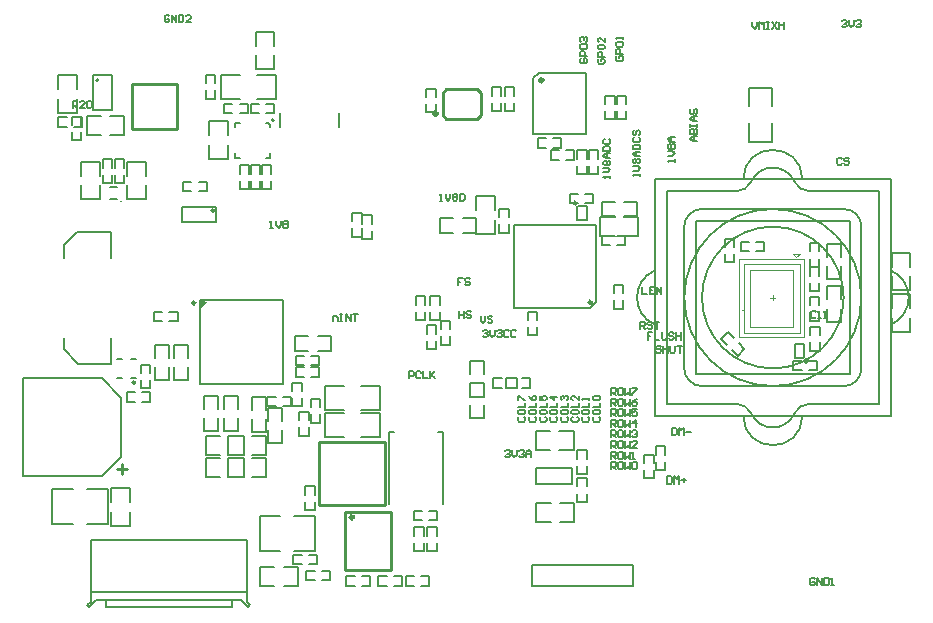
<source format=gto>
G04*
G04 #@! TF.GenerationSoftware,Altium Limited,Altium Designer,18.1.7 (191)*
G04*
G04 Layer_Color=65535*
%FSLAX44Y44*%
%MOMM*%
G71*
G01*
G75*
%ADD10C,0.2000*%
%ADD11C,0.3000*%
%ADD12C,0.2500*%
%ADD13C,0.2540*%
%ADD14C,0.1500*%
%ADD15C,0.1524*%
%ADD16C,0.0500*%
G36*
X165000Y247500D02*
X166000Y241500D01*
X171000Y246500D01*
X165000Y247500D01*
D02*
G37*
D10*
X227500Y400000D02*
G03*
X227500Y400000I-1000J0D01*
G01*
X710000Y250000D02*
G03*
X710000Y250000I-60000J0D01*
G01*
X725000D02*
G03*
X725000Y250000I-75000J0D01*
G01*
X681000Y160000D02*
G03*
X668312Y151917I0J-14000D01*
G01*
X631688D02*
G03*
X619000Y160000I-12688J-5917D01*
G01*
X631874Y151548D02*
G03*
X668126Y151548I18126J8452D01*
G01*
Y348452D02*
G03*
X631874Y348452I-18126J-8452D01*
G01*
X668312Y348083D02*
G03*
X681000Y340000I12688J5917D01*
G01*
X619000D02*
G03*
X631688Y348083I-0J14000D01*
G01*
X575000Y190000D02*
G03*
X590000Y175000I15000J0D01*
G01*
X710000Y175000D02*
G03*
X725000Y190000I-0J15000D01*
G01*
X725000Y310000D02*
G03*
X710000Y325000I-15000J-0D01*
G01*
X590000Y325000D02*
G03*
X575000Y310000I0J-15000D01*
G01*
X98000Y331500D02*
G03*
X98000Y331500I-500J0D01*
G01*
X79000Y434000D02*
G03*
X79000Y434000I-1000J0D01*
G01*
X625050Y239076D02*
G03*
X625050Y239076I-78J0D01*
G01*
X750153Y227155D02*
G03*
X750153Y272845I-10153J22845D01*
G01*
X549846Y272845D02*
G03*
X549847Y227155I10153J-22845D01*
G01*
X675000Y350000D02*
G03*
X625000Y350000I-25000J0D01*
G01*
Y150000D02*
G03*
X675000Y150000I25000J0D01*
G01*
X233000Y394750D02*
Y406500D01*
X283000Y394500D02*
Y406500D01*
X430500Y241000D02*
Y311000D01*
X500500D01*
Y246000D02*
Y311000D01*
X495500Y241000D02*
X500500Y246000D01*
X430500Y241000D02*
X495500D01*
X95000Y182000D02*
X99000D01*
X107000D02*
X111000D01*
X95000Y198000D02*
X99000D01*
X107000D02*
X111000D01*
X681000Y160000D02*
X740000D01*
Y340000D01*
X560000Y160000D02*
X619000D01*
X560000D02*
Y340000D01*
X681000D02*
X740000D01*
X560000D02*
X619000D01*
X575000Y190000D02*
Y310000D01*
X590000Y175000D02*
X710000D01*
X725000Y190000D02*
Y310000D01*
X590000Y325000D02*
X710000D01*
X449753Y105558D02*
X480233D01*
Y92350D02*
Y105558D01*
X449753Y92350D02*
X480233D01*
X449753D02*
Y105558D01*
X74500Y438000D02*
X90500D01*
Y409000D02*
Y438000D01*
X74500Y409000D02*
X90500D01*
X74500D02*
Y438000D01*
X165000Y177000D02*
Y247500D01*
X235000Y177000D02*
Y247500D01*
X165000D02*
X235000D01*
X165000Y177000D02*
X235000D01*
X451680Y440250D02*
X491650D01*
Y388250D02*
Y440250D01*
X447350Y388250D02*
X491650D01*
X447350D02*
Y435920D01*
X451680Y440250D01*
X82000Y181500D02*
X98500Y165000D01*
X15500Y181500D02*
X82000D01*
X98500Y115000D02*
Y165000D01*
X82000Y98500D02*
X98500Y115000D01*
X15500Y98500D02*
X82000D01*
X15500D02*
Y181500D01*
X446500Y5750D02*
Y23500D01*
X531250D01*
Y5750D02*
Y23500D01*
X446500Y5750D02*
X531250D01*
X178871Y313584D02*
Y326583D01*
X149870Y313584D02*
Y326583D01*
X178871D01*
X149870Y313584D02*
X178871D01*
X204500Y-7500D02*
X207500Y-10500D01*
X206000Y-12000D02*
X207500Y-10500D01*
X200000Y-6000D02*
X206000Y-12000D01*
X71000D02*
X77000Y-6000D01*
X69500Y-10500D02*
X71000Y-12000D01*
X69500Y-10500D02*
X72500Y-7500D01*
X85000Y-12000D02*
Y-6000D01*
X192000Y-12000D02*
Y-6000D01*
X85000Y-12000D02*
X192000D01*
X72500Y-7500D02*
Y45000D01*
X204500Y-7500D02*
Y45000D01*
X77000Y-6000D02*
X200000D01*
X72500Y1000D02*
X204500D01*
X72500Y45000D02*
X204500D01*
X90000Y283875D02*
Y305875D01*
X61000D02*
X90000D01*
X50000Y283875D02*
Y294875D01*
X61000Y305875D01*
X50000Y206125D02*
X62000Y194125D01*
X50000Y206125D02*
Y216125D01*
X62000Y194125D02*
X90000D01*
Y216125D01*
X585000Y185000D02*
Y315000D01*
X715000Y185000D02*
Y315000D01*
X585000D02*
X715000D01*
X585000Y185000D02*
X715000D01*
X550000Y350000D02*
X750000D01*
Y150000D02*
Y350000D01*
X550000Y150000D02*
X750000D01*
X550000D02*
Y350000D01*
D11*
X496500Y246000D02*
G03*
X496500Y246000I-1000J0D01*
G01*
X455500Y434000D02*
G03*
X455500Y434000I-1500J0D01*
G01*
X366000Y405626D02*
G03*
X366000Y405626I-1500J0D01*
G01*
X295000Y64000D02*
G03*
X295000Y64000I-1500J0D01*
G01*
D12*
X110000Y178000D02*
G03*
X110000Y178000I-1000J0D01*
G01*
X161000Y245500D02*
G03*
X161000Y245500I-1250J0D01*
G01*
X679450Y196100D02*
G03*
X679450Y196100I-1250J0D01*
G01*
X483967Y329971D02*
G03*
X483967Y329971I-1250J0D01*
G01*
X95000Y105000D02*
X103000D01*
X99000Y101000D02*
Y109000D01*
D13*
X176870Y323583D02*
G03*
X176870Y323583I-1000J0D01*
G01*
X145500Y393000D02*
Y431000D01*
X107500D02*
X145500D01*
X107500Y393000D02*
Y431000D01*
Y393000D02*
X145500D01*
X370500Y404376D02*
Y423376D01*
X373500Y426376D01*
X399500D01*
X402500Y423376D01*
Y404376D02*
Y423376D01*
X373500Y401376D02*
X399500D01*
X370500Y404376D02*
X373500Y401376D01*
X399500D02*
X402500Y404376D01*
X266000Y74000D02*
Y128000D01*
X322000D01*
Y74000D02*
Y128000D01*
X266000Y74000D02*
X322000D01*
X287500Y68500D02*
X326500D01*
Y19500D02*
Y68500D01*
X287500Y19500D02*
X326500D01*
X287500D02*
Y68500D01*
D14*
X56500Y383000D02*
Y390000D01*
Y396000D02*
Y403000D01*
X64500Y383000D02*
Y390000D01*
Y396000D02*
Y403000D01*
X56500Y383000D02*
X64500D01*
X56500Y403000D02*
X64500D01*
X217500Y342000D02*
X225500D01*
X217500Y362000D02*
X225500D01*
X217500Y342000D02*
Y349000D01*
Y355000D02*
Y362000D01*
X225500Y342000D02*
Y349000D01*
Y355000D02*
Y362000D01*
X183000Y438500D02*
X199000D01*
X213000D02*
X229000D01*
X183000Y418500D02*
X199000D01*
X213000D02*
X229000D01*
X183000D02*
Y438500D01*
X229000Y418500D02*
Y438500D01*
X224500Y368000D02*
Y372000D01*
X220500Y368000D02*
X224500D01*
X194500Y398000D02*
X198500D01*
X194500Y394000D02*
Y398000D01*
Y368000D02*
Y372000D01*
Y368000D02*
X198500D01*
X220500Y398000D02*
X222500D01*
X224500Y396000D01*
Y394000D02*
Y396000D01*
X393500Y148000D02*
X405500D01*
X393500Y178000D02*
X405500D01*
X393500Y148000D02*
Y159000D01*
Y167000D02*
Y178000D01*
X405500Y148000D02*
Y159000D01*
Y167000D02*
Y178000D01*
X393500Y166000D02*
X405500D01*
X393500Y196000D02*
X405500D01*
X393500Y166000D02*
Y177000D01*
Y185000D02*
Y196000D01*
X405500Y166000D02*
Y177000D01*
Y185000D02*
Y196000D01*
X437500Y173500D02*
X444500D01*
X424500D02*
X431500D01*
X437500Y181500D02*
X444500D01*
X424500D02*
X431500D01*
X444500Y173500D02*
Y181500D01*
X424500Y173500D02*
Y181500D01*
X115939Y161939D02*
X122939D01*
X102939D02*
X109939D01*
X115939Y169939D02*
X122939D01*
X102939D02*
X109939D01*
X122939Y161939D02*
Y169939D01*
X102939Y161939D02*
Y169939D01*
X88502Y333498D02*
X94502D01*
X88500Y343500D02*
X94500D01*
X92901Y347000D02*
Y354000D01*
Y360000D02*
Y367000D01*
X100901Y347000D02*
Y354000D01*
Y360000D02*
Y367000D01*
X92901Y347000D02*
X100901D01*
X92901Y367000D02*
X100901D01*
X681750Y205000D02*
Y212000D01*
Y218000D02*
Y225000D01*
X689750Y205000D02*
Y212000D01*
Y218000D02*
Y225000D01*
X681750Y205000D02*
X689750D01*
X681750Y225000D02*
X689750D01*
X65000Y394500D02*
Y402500D01*
X45000Y394500D02*
Y402500D01*
X58000Y394500D02*
X65000D01*
X45000D02*
X52000D01*
X58000Y402500D02*
X65000D01*
X45000D02*
X52000D01*
X484333Y100500D02*
Y107500D01*
Y113500D02*
Y120500D01*
X492332Y100500D02*
Y107500D01*
Y113500D02*
Y120500D01*
X484333Y100500D02*
X492332D01*
X484333Y120500D02*
X492332D01*
X82500Y347000D02*
X90500D01*
X82500Y367000D02*
X90500D01*
X82500Y347000D02*
Y354000D01*
Y360000D02*
Y367000D01*
X90500Y347000D02*
Y354000D01*
Y360000D02*
Y367000D01*
X484333Y77000D02*
Y84000D01*
Y90000D02*
Y97000D01*
X492332Y77000D02*
Y84000D01*
Y90000D02*
Y97000D01*
X484333Y77000D02*
X492332D01*
X484333Y97000D02*
X492332D01*
X449833Y60000D02*
Y76000D01*
X481833Y60000D02*
Y76000D01*
X449833D02*
X461833D01*
X469833D02*
X481833D01*
X449833Y60000D02*
X461833D01*
X469833D02*
X481833D01*
X449333Y121000D02*
Y137000D01*
X481333Y121000D02*
Y137000D01*
X449333D02*
X461333D01*
X469333D02*
X481333D01*
X449333Y121000D02*
X461333D01*
X469333D02*
X481333D01*
X302000Y314500D02*
Y321500D01*
Y301500D02*
Y308500D01*
X294000Y314500D02*
Y321500D01*
Y301500D02*
Y308500D01*
Y321500D02*
X302000D01*
X294000Y301500D02*
X302000D01*
X310500Y312500D02*
Y319500D01*
Y299500D02*
Y306500D01*
X302500Y312500D02*
Y319500D01*
Y299500D02*
Y306500D01*
Y319500D02*
X310500D01*
X302500Y299500D02*
X310500D01*
X464000Y377000D02*
X471000D01*
X451000D02*
X458000D01*
X464000Y385000D02*
X471000D01*
X451000D02*
X458000D01*
X471000Y377000D02*
Y385000D01*
X451000Y377000D02*
Y385000D01*
X115000Y173000D02*
Y180000D01*
Y186000D02*
Y193000D01*
X123000Y173000D02*
Y180000D01*
Y186000D02*
Y193000D01*
X115000Y173000D02*
X123000D01*
X115000Y193000D02*
X123000D01*
X426500Y173499D02*
X433500D01*
X413500D02*
X420500D01*
X426500Y181499D02*
X433500D01*
X413500D02*
X420500D01*
X433500Y173499D02*
Y181499D01*
X413500Y173499D02*
Y181499D01*
X695500Y295500D02*
X707500D01*
X695500Y265500D02*
X707500D01*
Y284500D02*
Y295500D01*
Y265500D02*
Y276500D01*
X695500Y284500D02*
Y295500D01*
Y265500D02*
Y276500D01*
X696000Y229500D02*
X708000D01*
X696000Y259500D02*
X708000D01*
X696000Y229500D02*
Y240500D01*
Y248500D02*
Y259500D01*
X708000Y229500D02*
Y240500D01*
Y248500D02*
Y259500D01*
X143000Y210000D02*
X155000D01*
X143000Y180000D02*
X155000D01*
Y199000D02*
Y210000D01*
Y180000D02*
Y191000D01*
X143000Y199000D02*
Y210000D01*
Y180000D02*
Y191000D01*
X127000Y210000D02*
X139000D01*
X127000Y180000D02*
X139000D01*
Y199000D02*
Y210000D01*
Y180000D02*
Y191000D01*
X127000Y199000D02*
Y210000D01*
Y180000D02*
Y191000D01*
X235000Y158000D02*
X242000D01*
X222000D02*
X229000D01*
X235000Y166000D02*
X242000D01*
X222000D02*
X229000D01*
X242000Y158000D02*
Y166000D01*
X222000Y158000D02*
Y166000D01*
X492332Y367500D02*
Y374500D01*
Y354500D02*
Y361500D01*
X484333Y367500D02*
Y374500D01*
Y354500D02*
Y361500D01*
Y374500D02*
X492332D01*
X484333Y354500D02*
X492332D01*
X202000Y98000D02*
Y114000D01*
X170000Y98000D02*
Y114000D01*
X190000Y98000D02*
X202000D01*
X170000D02*
X182000D01*
X190000Y114000D02*
X202000D01*
X170000D02*
X182000D01*
X202000Y117000D02*
Y133000D01*
X170000Y117000D02*
Y133000D01*
X190000Y117000D02*
X202000D01*
X170000D02*
X182000D01*
X190000Y133000D02*
X202000D01*
X170000D02*
X182000D01*
X221000Y117000D02*
Y133000D01*
X189000Y117000D02*
Y133000D01*
X209000Y117000D02*
X221000D01*
X189000D02*
X201000D01*
X209000Y133000D02*
X221000D01*
X189000D02*
X201000D01*
X221000Y98000D02*
Y114000D01*
X189000Y98000D02*
Y114000D01*
X209000Y98000D02*
X221000D01*
X189000D02*
X201000D01*
X209000Y114000D02*
X221000D01*
X189000D02*
X201000D01*
X259000Y144000D02*
X267000D01*
X259000Y164000D02*
X267000D01*
X259000Y144000D02*
Y151000D01*
Y157000D02*
Y164000D01*
X267000Y144000D02*
Y151000D01*
Y157000D02*
Y164000D01*
X126000Y238000D02*
X133000D01*
X139000D02*
X146000D01*
X126000Y230000D02*
X133000D01*
X139000D02*
X146000D01*
X126000D02*
Y238000D01*
X146000Y230000D02*
Y238000D01*
X185000Y167000D02*
X197000D01*
X185000Y137000D02*
X197000D01*
Y156000D02*
Y167000D01*
Y137000D02*
Y148000D01*
X185000Y156000D02*
Y167000D01*
Y137000D02*
Y148000D01*
X248000Y5500D02*
Y21500D01*
X216000Y5500D02*
Y21500D01*
X236000Y5500D02*
X248000D01*
X216000D02*
X228000D01*
X236000Y21500D02*
X248000D01*
X216000D02*
X228000D01*
X301000Y132000D02*
X317000D01*
X271000D02*
X287000D01*
X301000Y152000D02*
X317000D01*
X271000D02*
X287000D01*
X317000Y132000D02*
Y152000D01*
X271000Y132000D02*
Y152000D01*
X301000Y155000D02*
X317000D01*
X271000D02*
X287000D01*
X301000Y175000D02*
X317000D01*
X271000D02*
X287000D01*
X317000Y155000D02*
Y175000D01*
X271000Y155000D02*
Y175000D01*
X90000Y56500D02*
X106000D01*
X90000Y88500D02*
X106000D01*
X90000Y56500D02*
Y68500D01*
Y76500D02*
Y88500D01*
X106000Y56500D02*
Y68500D01*
Y76500D02*
Y88500D01*
X423000Y408000D02*
Y415000D01*
Y421000D02*
Y428000D01*
X431000Y408000D02*
Y415000D01*
Y421000D02*
Y428000D01*
X423000Y408000D02*
X431000D01*
X423000Y428000D02*
X431000D01*
X357000Y206500D02*
Y213500D01*
Y219500D02*
Y226500D01*
X365000Y206500D02*
Y213500D01*
Y219500D02*
Y226500D01*
X357000Y206500D02*
X365000D01*
X357000Y226500D02*
X365000D01*
X675500Y198500D02*
X676500Y199500D01*
Y210500D01*
X668500Y198500D02*
Y210500D01*
X676500D01*
X668500Y198500D02*
X675500D01*
X368500Y317000D02*
X379500D01*
X387500D02*
X398500D01*
X368500Y305000D02*
X379500D01*
X387500D02*
X398500D01*
X368500D02*
Y317000D01*
X398500Y305000D02*
Y317000D01*
X418500Y305000D02*
X426500D01*
X418500Y325000D02*
X426500D01*
X418500Y305000D02*
Y312000D01*
Y318000D02*
Y325000D01*
X426500Y305000D02*
Y312000D01*
Y318000D02*
Y325000D01*
X398500Y304000D02*
X414500D01*
X398500Y336000D02*
X414500D01*
X398500Y304000D02*
Y316000D01*
Y324000D02*
Y336000D01*
X414500Y304000D02*
Y316000D01*
Y324000D02*
Y336000D01*
X524000Y319000D02*
X535000D01*
X505000D02*
X516000D01*
X524000Y331000D02*
X535000D01*
X505000D02*
X516000D01*
X535000Y319000D02*
Y331000D01*
X505000Y319000D02*
Y331000D01*
X551000Y104000D02*
X559000D01*
X551000Y124000D02*
X559000D01*
X551000Y104000D02*
Y111000D01*
Y117000D02*
Y124000D01*
X559000Y104000D02*
Y111000D01*
Y117000D02*
Y124000D01*
X541000Y97000D02*
X549000D01*
X541000Y117000D02*
X549000D01*
X541000Y97000D02*
Y104000D01*
Y110000D02*
Y117000D01*
X549000Y97000D02*
Y104000D01*
Y110000D02*
Y117000D01*
X101000Y387500D02*
Y403500D01*
X69000Y387500D02*
Y403500D01*
X89000Y387500D02*
X101000D01*
X69000D02*
X81000D01*
X89000Y403500D02*
X101000D01*
X69000D02*
X81000D01*
X44500Y438500D02*
X60500D01*
X44500Y406500D02*
X60500D01*
Y426500D02*
Y438500D01*
Y406500D02*
Y418500D01*
X44500Y426500D02*
Y438500D01*
Y406500D02*
Y418500D01*
X119500Y353000D02*
Y365000D01*
Y333000D02*
Y345000D01*
X103500Y353000D02*
Y365000D01*
Y333000D02*
Y345000D01*
Y365000D02*
X119500D01*
X103500Y333000D02*
X119500D01*
X172500Y367500D02*
X188500D01*
X172500Y399500D02*
X188500D01*
X172500Y367500D02*
Y379500D01*
Y387500D02*
Y399500D01*
X188500Y367500D02*
Y379500D01*
Y387500D02*
Y399500D01*
X750500Y253000D02*
X766500D01*
X750500Y221000D02*
X766500D01*
Y241000D02*
Y253000D01*
Y221000D02*
Y233000D01*
X750500Y241000D02*
Y253000D01*
Y221000D02*
Y233000D01*
X504000Y302500D02*
Y318500D01*
X536000Y302500D02*
Y318500D01*
X504000D02*
X516000D01*
X524000D02*
X536000D01*
X504000Y302500D02*
X516000D01*
X524000D02*
X536000D01*
X629500Y381750D02*
X649500D01*
X629500Y427750D02*
X649500D01*
X629500Y381750D02*
Y397750D01*
Y411750D02*
Y427750D01*
X649500Y381750D02*
Y397750D01*
Y411750D02*
Y427750D01*
X681250Y230500D02*
Y237500D01*
Y243500D02*
Y250500D01*
X689250Y230500D02*
Y237500D01*
Y243500D02*
Y250500D01*
X681250Y230500D02*
X689250D01*
X681250Y250500D02*
X689250D01*
X681250Y255500D02*
X689250D01*
X681250Y275500D02*
X689250D01*
X681250Y255500D02*
Y262500D01*
Y268500D02*
Y275500D01*
X689250Y255500D02*
Y262500D01*
Y268500D02*
Y275500D01*
X491000Y330000D02*
X498000D01*
X478000D02*
X485000D01*
X491000Y338000D02*
X498000D01*
X478000D02*
X485000D01*
X498000Y330000D02*
Y338000D01*
X478000Y330000D02*
Y338000D01*
X667500Y196500D02*
X674500D01*
X680500D02*
X687500D01*
X667500Y188500D02*
X674500D01*
X680500D02*
X687500D01*
X667500D02*
Y196500D01*
X687500Y188500D02*
Y196500D01*
X617515Y292870D02*
Y299870D01*
Y279870D02*
Y286870D01*
X609515Y292870D02*
Y299870D01*
Y279870D02*
Y286870D01*
Y299870D02*
X617515D01*
X609515Y279870D02*
X617515D01*
X80000Y353000D02*
Y365000D01*
Y333000D02*
Y345000D01*
X64000Y353000D02*
Y365000D01*
Y333000D02*
Y345000D01*
Y365000D02*
X80000D01*
X64000Y333000D02*
X80000D01*
X198500Y342000D02*
Y349000D01*
Y355000D02*
Y362000D01*
X206500Y342000D02*
Y349000D01*
Y355000D02*
Y362000D01*
X198500Y342000D02*
X206500D01*
X198500Y362000D02*
X206500D01*
X689250Y289000D02*
Y296000D01*
Y276000D02*
Y283000D01*
X681250Y289000D02*
Y296000D01*
Y276000D02*
Y283000D01*
Y296000D02*
X689250D01*
X681250Y276000D02*
X689250D01*
X518000Y294250D02*
X525000D01*
X505000D02*
X512000D01*
X518000Y302250D02*
X525000D01*
X505000D02*
X512000D01*
X525000Y294250D02*
Y302250D01*
X505000Y294250D02*
Y302250D01*
X750500Y256000D02*
X766500D01*
X750500Y288000D02*
X766500D01*
X750500Y256000D02*
Y268000D01*
Y276000D02*
Y288000D01*
X766500Y256000D02*
Y268000D01*
Y276000D02*
Y288000D01*
X484417Y326571D02*
X485417Y327570D01*
X484417Y315571D02*
Y326571D01*
X492417Y315571D02*
Y327570D01*
X484417Y315571D02*
X492417D01*
X485417Y327570D02*
X492417D01*
X635709Y289000D02*
X642709D01*
X622709D02*
X629709D01*
X635709Y297000D02*
X642709D01*
X622709D02*
X629709D01*
X642709Y289000D02*
Y297000D01*
X622709Y289000D02*
Y297000D01*
X450500Y231000D02*
Y238000D01*
Y218000D02*
Y225000D01*
X442500Y231000D02*
Y238000D01*
Y218000D02*
Y225000D01*
Y238000D02*
X450500D01*
X442500Y218000D02*
X450500D01*
X216000Y355000D02*
Y362000D01*
Y342000D02*
Y349000D01*
X208000Y355000D02*
Y362000D01*
Y342000D02*
Y349000D01*
Y362000D02*
X216000D01*
X208000Y342000D02*
X216000D01*
X515500Y240500D02*
Y247500D01*
Y253500D02*
Y260500D01*
X523500Y240500D02*
Y247500D01*
Y253500D02*
Y260500D01*
X515500Y240500D02*
X523500D01*
X515500Y260500D02*
X523500D01*
X364500Y419876D02*
Y426876D01*
Y406876D02*
Y413876D01*
X356500Y419876D02*
Y426876D01*
Y406876D02*
Y413876D01*
Y426876D02*
X364500D01*
X356500Y406876D02*
X364500D01*
X412000Y408000D02*
Y415000D01*
Y421000D02*
Y428000D01*
X420000Y408000D02*
Y415000D01*
Y421000D02*
Y428000D01*
X412000Y408000D02*
X420000D01*
X412000Y428000D02*
X420000D01*
X526000Y414000D02*
Y421000D01*
Y401000D02*
Y408000D01*
X518000Y414000D02*
Y421000D01*
Y401000D02*
Y408000D01*
Y421000D02*
X526000D01*
X518000Y401000D02*
X526000D01*
X168000Y167000D02*
X180000D01*
X168000Y137000D02*
X180000D01*
Y156000D02*
Y167000D01*
Y137000D02*
Y148000D01*
X168000Y156000D02*
Y167000D01*
Y137000D02*
Y148000D01*
X339000Y14000D02*
X346000D01*
X352000D02*
X359000D01*
X339000Y6000D02*
X346000D01*
X352000D02*
X359000D01*
X339000D02*
Y14000D01*
X359000Y6000D02*
Y14000D01*
X302000Y6000D02*
X309000D01*
X289000D02*
X296000D01*
X302000Y14000D02*
X309000D01*
X289000D02*
X296000D01*
X309000Y6000D02*
Y14000D01*
X289000Y6000D02*
Y14000D01*
X244000Y24000D02*
Y32000D01*
X264000Y24000D02*
Y32000D01*
X244000D02*
X251000D01*
X257000D02*
X264000D01*
X244000Y24000D02*
X251000D01*
X257000D02*
X264000D01*
X357500Y35500D02*
Y42500D01*
Y48500D02*
Y55500D01*
X365500Y35500D02*
Y42500D01*
Y48500D02*
Y55500D01*
X357500Y35500D02*
X365500D01*
X357500Y55500D02*
X365500D01*
X40000Y58500D02*
Y88000D01*
Y58500D02*
X57500D01*
X40000Y88000D02*
X57500Y88010D01*
X69500Y58490D02*
X87000Y58500D01*
X69500Y88000D02*
X87000D01*
Y58500D02*
Y88000D01*
X215500Y35500D02*
Y65000D01*
Y35500D02*
X233000D01*
X215500Y65000D02*
X233000Y65010D01*
X245000Y35490D02*
X262500Y35500D01*
X245000Y65000D02*
X262500D01*
Y35500D02*
Y65000D01*
X502000Y367500D02*
Y374500D01*
Y354500D02*
Y361500D01*
X494000Y367500D02*
Y374500D01*
Y354500D02*
Y361500D01*
Y374500D02*
X502000D01*
X494000Y354500D02*
X502000D01*
X255000Y18500D02*
X262000D01*
X268000D02*
X275000D01*
X255000Y10500D02*
X262000D01*
X268000D02*
X275000D01*
X255000D02*
Y18500D01*
X275000Y10500D02*
Y18500D01*
X329000Y6000D02*
X336000D01*
X316000D02*
X323000D01*
X329000Y14000D02*
X336000D01*
X316000D02*
X323000D01*
X336000Y6000D02*
Y14000D01*
X316000Y6000D02*
Y14000D01*
X257000Y146000D02*
Y153000D01*
Y133000D02*
Y140000D01*
X249000Y146000D02*
Y153000D01*
Y133000D02*
Y140000D01*
Y153000D02*
X257000D01*
X249000Y133000D02*
X257000D01*
X254000Y70000D02*
Y77000D01*
Y83000D02*
Y90000D01*
X262000Y70000D02*
Y77000D01*
Y83000D02*
Y90000D01*
X254000Y70000D02*
X262000D01*
X254000Y90000D02*
X262000D01*
X369000Y210000D02*
Y217000D01*
Y223000D02*
Y230000D01*
X377000Y210000D02*
Y217000D01*
Y223000D02*
Y230000D01*
X369000Y210000D02*
X377000D01*
X369000Y230000D02*
X377000D01*
X516000Y414000D02*
Y421000D01*
Y401000D02*
Y408000D01*
X508000Y414000D02*
Y421000D01*
Y401000D02*
Y408000D01*
Y421000D02*
X516000D01*
X508000Y401000D02*
X516000D01*
X259000Y192500D02*
X266000D01*
X246000D02*
X253000D01*
X259000Y200500D02*
X266000D01*
X246000D02*
X253000D01*
X266000Y192500D02*
Y200500D01*
X246000Y192500D02*
Y200500D01*
X259000Y183000D02*
X266000D01*
X246000D02*
X253000D01*
X259000Y191000D02*
X266000D01*
X246000D02*
X253000D01*
X266000Y183000D02*
Y191000D01*
X246000Y183000D02*
Y191000D01*
X354500Y48500D02*
Y55500D01*
Y35500D02*
Y42500D01*
X346500Y48500D02*
Y55500D01*
Y35500D02*
Y42500D01*
Y55500D02*
X354500D01*
X346500Y35500D02*
X354500D01*
X346000Y69500D02*
X353000D01*
X359000D02*
X366000D01*
X346000Y61500D02*
X353000D01*
X359000D02*
X366000D01*
X346000D02*
Y69500D01*
X366000Y61500D02*
Y69500D01*
X228000Y406000D02*
Y414000D01*
X208000Y406000D02*
Y414000D01*
X221000Y406000D02*
X228000D01*
X208000D02*
X215000D01*
X221000Y414000D02*
X228000D01*
X208000D02*
X215000D01*
X205500Y406000D02*
Y414000D01*
X185500Y406000D02*
Y414000D01*
X198500Y406000D02*
X205500D01*
X185500D02*
X192500D01*
X198500Y414000D02*
X205500D01*
X185500D02*
X192500D01*
X170000Y438500D02*
X178000D01*
X170000Y418500D02*
X178000D01*
Y431500D02*
Y438500D01*
Y418500D02*
Y425500D01*
X170000Y431500D02*
Y438500D01*
Y418500D02*
Y425500D01*
X150800Y340000D02*
Y348000D01*
X170800Y340000D02*
Y348000D01*
X150800D02*
X157800D01*
X163800D02*
X170800D01*
X150800Y340000D02*
X157800D01*
X163800D02*
X170800D01*
X360000Y231000D02*
X368000D01*
X360000Y251000D02*
X368000D01*
X360000Y231000D02*
Y238000D01*
Y244000D02*
Y251000D01*
X368000Y231000D02*
Y238000D01*
Y244000D02*
Y251000D01*
X347500Y231000D02*
X355500D01*
X347500Y251000D02*
X355500D01*
X347500Y231000D02*
Y238000D01*
Y244000D02*
Y251000D01*
X355500Y231000D02*
Y238000D01*
Y244000D02*
Y251000D01*
X222500Y126500D02*
X234500D01*
X222500Y156500D02*
X234500D01*
X222500Y126500D02*
Y137500D01*
Y145500D02*
Y156500D01*
X234500Y126500D02*
Y137500D01*
Y145500D02*
Y156500D01*
X475000Y366750D02*
X482000D01*
X462000D02*
X469000D01*
X475000Y374750D02*
X482000D01*
X462000D02*
X469000D01*
X482000Y366750D02*
Y374750D01*
X462000Y366750D02*
Y374750D01*
X251000Y171000D02*
Y178000D01*
Y158000D02*
Y165000D01*
X243000Y171000D02*
Y178000D01*
Y158000D02*
Y165000D01*
Y178000D02*
X251000D01*
X243000Y158000D02*
X251000D01*
X209000Y166000D02*
X221000D01*
X209000Y136000D02*
X221000D01*
Y155000D02*
Y166000D01*
Y136000D02*
Y147000D01*
X209000Y155000D02*
Y166000D01*
Y136000D02*
Y147000D01*
X245500Y205000D02*
Y217000D01*
X275500Y205000D02*
Y217000D01*
X245500D02*
X256500D01*
X264500D02*
X275500D01*
X245500Y205000D02*
X256500D01*
X264500D02*
X275500D01*
X620243Y200600D02*
X625900Y206257D01*
X606101Y214743D02*
X611757Y220399D01*
X615293Y205550D02*
X620243Y200600D01*
X606101Y214743D02*
X611050Y209793D01*
X620950Y211207D02*
X625900Y206257D01*
X611757Y220399D02*
X616707Y215450D01*
X212000Y443135D02*
X228000D01*
X212000Y475135D02*
X228000D01*
X212000Y443135D02*
Y455135D01*
Y463135D02*
Y475135D01*
X228000Y443135D02*
Y455135D01*
Y463135D02*
Y475135D01*
X57288Y410331D02*
Y416329D01*
X60287D01*
X61287Y415330D01*
Y413330D01*
X60287Y412331D01*
X57288D01*
X59288D02*
X61287Y410331D01*
X67285D02*
X63287D01*
X67285Y414330D01*
Y415330D01*
X66286Y416329D01*
X64286D01*
X63287Y415330D01*
X69285D02*
X70284Y416329D01*
X72284D01*
X73283Y415330D01*
Y411331D01*
X72284Y410331D01*
X70284D01*
X69285Y411331D01*
Y415330D01*
X686375Y237362D02*
X685375Y238361D01*
X683376D01*
X682376Y237362D01*
Y233363D01*
X683376Y232363D01*
X685375D01*
X686375Y233363D01*
X688374Y232363D02*
X690373D01*
X689374D01*
Y238361D01*
X688374Y237362D01*
X693372Y232363D02*
X695372D01*
X694372D01*
Y238361D01*
X693372Y237362D01*
X488002Y452395D02*
X487002Y451395D01*
Y449396D01*
X488002Y448396D01*
X492000D01*
X493000Y449396D01*
Y451395D01*
X492000Y452395D01*
X490001D01*
Y450396D01*
X493000Y454394D02*
X487002D01*
Y457393D01*
X488002Y458393D01*
X490001D01*
X491001Y457393D01*
Y454394D01*
X487002Y463392D02*
Y461392D01*
X488002Y460392D01*
X492000D01*
X493000Y461392D01*
Y463392D01*
X492000Y464391D01*
X488002D01*
X487002Y463392D01*
X488002Y466391D02*
X487002Y467390D01*
Y469390D01*
X488002Y470389D01*
X489001D01*
X490001Y469390D01*
Y468390D01*
Y469390D01*
X491001Y470389D01*
X492000D01*
X493000Y469390D01*
Y467390D01*
X492000Y466391D01*
X502625Y452001D02*
X501626Y451001D01*
Y449002D01*
X502625Y448002D01*
X506624D01*
X507624Y449002D01*
Y451001D01*
X506624Y452001D01*
X504625D01*
Y450002D01*
X507624Y454000D02*
X501626D01*
Y457000D01*
X502625Y457999D01*
X504625D01*
X505624Y457000D01*
Y454000D01*
X501626Y462998D02*
Y460998D01*
X502625Y459999D01*
X506624D01*
X507624Y460998D01*
Y462998D01*
X506624Y463997D01*
X502625D01*
X501626Y462998D01*
X507624Y469995D02*
Y465997D01*
X503625Y469995D01*
X502625D01*
X501626Y468996D01*
Y466996D01*
X502625Y465997D01*
X518002Y454480D02*
X517002Y453480D01*
Y451481D01*
X518002Y450481D01*
X522000D01*
X523000Y451481D01*
Y453480D01*
X522000Y454480D01*
X520001D01*
Y452480D01*
X523000Y456479D02*
X517002D01*
Y459478D01*
X518002Y460478D01*
X520001D01*
X521001Y459478D01*
Y456479D01*
X517002Y465476D02*
Y463477D01*
X518002Y462477D01*
X522000D01*
X523000Y463477D01*
Y465476D01*
X522000Y466476D01*
X518002D01*
X517002Y465476D01*
X523000Y468475D02*
Y470474D01*
Y469475D01*
X517002D01*
X518002Y468475D01*
X277500Y230000D02*
Y233999D01*
X280499D01*
X281499Y232999D01*
Y230000D01*
X283498Y235998D02*
X285497D01*
X284498D01*
Y230000D01*
X283498D01*
X285497D01*
X288496D02*
Y235998D01*
X292495Y230000D01*
Y235998D01*
X294494D02*
X298493D01*
X296494D01*
Y230000D01*
X586000Y382500D02*
X582001D01*
X580002Y384499D01*
X582001Y386499D01*
X586000D01*
X583001D01*
Y382500D01*
X580002Y388498D02*
X586000D01*
Y391497D01*
X585000Y392497D01*
X584001D01*
X583001Y391497D01*
Y388498D01*
Y391497D01*
X582001Y392497D01*
X581002D01*
X580002Y391497D01*
Y388498D01*
Y394496D02*
Y396496D01*
Y395496D01*
X586000D01*
Y394496D01*
Y396496D01*
Y399495D02*
X582001D01*
X580002Y401494D01*
X582001Y403493D01*
X586000D01*
X583001D01*
Y399495D01*
X581002Y409491D02*
X580002Y408492D01*
Y406492D01*
X581002Y405493D01*
X582001D01*
X583001Y406492D01*
Y408492D01*
X584001Y409491D01*
X585000D01*
X586000Y408492D01*
Y406492D01*
X585000Y405493D01*
X632500Y483498D02*
Y479499D01*
X634499Y477500D01*
X636499Y479499D01*
Y483498D01*
X638498Y477500D02*
Y483498D01*
X640497Y481499D01*
X642497Y483498D01*
Y477500D01*
X644496Y483498D02*
X646496D01*
X645496D01*
Y477500D01*
X644496D01*
X646496D01*
X649494Y483498D02*
X653493Y477500D01*
Y483498D02*
X649494Y477500D01*
X655492Y483498D02*
Y477500D01*
Y480499D01*
X659491D01*
Y483498D01*
Y477500D01*
X423216Y119898D02*
X424216Y120898D01*
X426215D01*
X427215Y119898D01*
Y118899D01*
X426215Y117899D01*
X425216D01*
X426215D01*
X427215Y116899D01*
Y115900D01*
X426215Y114900D01*
X424216D01*
X423216Y115900D01*
X429214Y120898D02*
Y116899D01*
X431214Y114900D01*
X433213Y116899D01*
Y120898D01*
X435213Y119898D02*
X436212Y120898D01*
X438212D01*
X439211Y119898D01*
Y118899D01*
X438212Y117899D01*
X437212D01*
X438212D01*
X439211Y116899D01*
Y115900D01*
X438212Y114900D01*
X436212D01*
X435213Y115900D01*
X441211Y114900D02*
Y118899D01*
X443210Y120898D01*
X445209Y118899D01*
Y114900D01*
Y117899D01*
X441211D01*
X224500Y309000D02*
X226499D01*
X225500D01*
Y314998D01*
X224500Y313998D01*
X229498Y314998D02*
Y310999D01*
X231498Y309000D01*
X233497Y310999D01*
Y314998D01*
X235496Y313998D02*
X236496Y314998D01*
X238496D01*
X239495Y313998D01*
Y312999D01*
X238496Y311999D01*
X239495Y310999D01*
Y310000D01*
X238496Y309000D01*
X236496D01*
X235496Y310000D01*
Y310999D01*
X236496Y311999D01*
X235496Y312999D01*
Y313998D01*
X236496Y311999D02*
X238496D01*
X138999Y487998D02*
X137999Y488998D01*
X136000D01*
X135000Y487998D01*
Y484000D01*
X136000Y483000D01*
X137999D01*
X138999Y484000D01*
Y485999D01*
X136999D01*
X140998Y483000D02*
Y488998D01*
X144997Y483000D01*
Y488998D01*
X146996D02*
Y483000D01*
X149995D01*
X150995Y484000D01*
Y487998D01*
X149995Y488998D01*
X146996D01*
X156993Y483000D02*
X152994D01*
X156993Y486999D01*
Y487998D01*
X155993Y488998D01*
X153994D01*
X152994Y487998D01*
X708500Y483998D02*
X709500Y484998D01*
X711499D01*
X712499Y483998D01*
Y482999D01*
X711499Y481999D01*
X710499D01*
X711499D01*
X712499Y480999D01*
Y480000D01*
X711499Y479000D01*
X709500D01*
X708500Y480000D01*
X714498Y484998D02*
Y480999D01*
X716497Y479000D01*
X718497Y480999D01*
Y484998D01*
X720496Y483998D02*
X721496Y484998D01*
X723495D01*
X724495Y483998D01*
Y482999D01*
X723495Y481999D01*
X722495D01*
X723495D01*
X724495Y480999D01*
Y480000D01*
X723495Y479000D01*
X721496D01*
X720496Y480000D01*
X537500Y352500D02*
Y354499D01*
Y353500D01*
X531502D01*
X532502Y352500D01*
X531502Y357498D02*
X535501D01*
X537500Y359498D01*
X535501Y361497D01*
X531502D01*
X532502Y363496D02*
X531502Y364496D01*
Y366496D01*
X532502Y367495D01*
X533501D01*
X534501Y366496D01*
X535501Y367495D01*
X536500D01*
X537500Y366496D01*
Y364496D01*
X536500Y363496D01*
X535501D01*
X534501Y364496D01*
X533501Y363496D01*
X532502D01*
X534501Y364496D02*
Y366496D01*
X537500Y369495D02*
X533501D01*
X531502Y371494D01*
X533501Y373493D01*
X537500D01*
X534501D01*
Y369495D01*
X531502Y375493D02*
X537500D01*
Y378492D01*
X536500Y379491D01*
X532502D01*
X531502Y378492D01*
Y375493D01*
X532502Y385489D02*
X531502Y384490D01*
Y382490D01*
X532502Y381491D01*
X536500D01*
X537500Y382490D01*
Y384490D01*
X536500Y385489D01*
X532502Y391487D02*
X531502Y390488D01*
Y388488D01*
X532502Y387489D01*
X533501D01*
X534501Y388488D01*
Y390488D01*
X535501Y391487D01*
X536500D01*
X537500Y390488D01*
Y388488D01*
X536500Y387489D01*
X512500Y351000D02*
Y352999D01*
Y352000D01*
X506502D01*
X507502Y351000D01*
X506502Y355998D02*
X510501D01*
X512500Y357998D01*
X510501Y359997D01*
X506502D01*
X507502Y361996D02*
X506502Y362996D01*
Y364995D01*
X507502Y365995D01*
X508501D01*
X509501Y364995D01*
X510501Y365995D01*
X511500D01*
X512500Y364995D01*
Y362996D01*
X511500Y361996D01*
X510501D01*
X509501Y362996D01*
X508501Y361996D01*
X507502D01*
X509501Y362996D02*
Y364995D01*
X512500Y367994D02*
X508501D01*
X506502Y369994D01*
X508501Y371993D01*
X512500D01*
X509501D01*
Y367994D01*
X506502Y373993D02*
X512500D01*
Y376992D01*
X511500Y377991D01*
X507502D01*
X506502Y376992D01*
Y373993D01*
X507502Y383989D02*
X506502Y382990D01*
Y380990D01*
X507502Y379991D01*
X511500D01*
X512500Y380990D01*
Y382990D01*
X511500Y383989D01*
X567000Y365000D02*
Y366999D01*
Y366000D01*
X561002D01*
X562002Y365000D01*
X561002Y369998D02*
X565001D01*
X567000Y371998D01*
X565001Y373997D01*
X561002D01*
X562002Y375996D02*
X561002Y376996D01*
Y378996D01*
X562002Y379995D01*
X563001D01*
X564001Y378996D01*
X565001Y379995D01*
X566000D01*
X567000Y378996D01*
Y376996D01*
X566000Y375996D01*
X565001D01*
X564001Y376996D01*
X563001Y375996D01*
X562002D01*
X564001Y376996D02*
Y378996D01*
X567000Y381995D02*
X563001D01*
X561002Y383994D01*
X563001Y385993D01*
X567000D01*
X564001D01*
Y381995D01*
X368000Y332000D02*
X369999D01*
X369000D01*
Y337998D01*
X368000Y336998D01*
X372998Y337998D02*
Y333999D01*
X374998Y332000D01*
X376997Y333999D01*
Y337998D01*
X378996Y336998D02*
X379996Y337998D01*
X381996D01*
X382995Y336998D01*
Y335999D01*
X381996Y334999D01*
X382995Y333999D01*
Y333000D01*
X381996Y332000D01*
X379996D01*
X378996Y333000D01*
Y333999D01*
X379996Y334999D01*
X378996Y335999D01*
Y336998D01*
X379996Y334999D02*
X381996D01*
X384995Y337998D02*
Y332000D01*
X387994D01*
X388993Y333000D01*
Y336998D01*
X387994Y337998D01*
X384995D01*
X404500Y221539D02*
X405500Y222539D01*
X407499D01*
X408499Y221539D01*
Y220540D01*
X407499Y219540D01*
X406499D01*
X407499D01*
X408499Y218540D01*
Y217541D01*
X407499Y216541D01*
X405500D01*
X404500Y217541D01*
X410498Y222539D02*
Y218540D01*
X412497Y216541D01*
X414497Y218540D01*
Y222539D01*
X416496Y221539D02*
X417496Y222539D01*
X419495D01*
X420495Y221539D01*
Y220540D01*
X419495Y219540D01*
X418495D01*
X419495D01*
X420495Y218540D01*
Y217541D01*
X419495Y216541D01*
X417496D01*
X416496Y217541D01*
X426493Y221539D02*
X425493Y222539D01*
X423494D01*
X422494Y221539D01*
Y217541D01*
X423494Y216541D01*
X425493D01*
X426493Y217541D01*
X432491Y221539D02*
X431491Y222539D01*
X429492D01*
X428492Y221539D01*
Y217541D01*
X429492Y216541D01*
X431491D01*
X432491Y217541D01*
X685499Y11498D02*
X684499Y12498D01*
X682500D01*
X681500Y11498D01*
Y7500D01*
X682500Y6500D01*
X684499D01*
X685499Y7500D01*
Y9499D01*
X683499D01*
X687498Y6500D02*
Y12498D01*
X691497Y6500D01*
Y12498D01*
X693496D02*
Y6500D01*
X696495D01*
X697495Y7500D01*
Y11498D01*
X696495Y12498D01*
X693496D01*
X699494Y6500D02*
X701494D01*
X700494D01*
Y12498D01*
X699494Y11498D01*
X387499Y266498D02*
X383500D01*
Y263499D01*
X385499D01*
X383500D01*
Y260500D01*
X393497Y265498D02*
X392497Y266498D01*
X390498D01*
X389498Y265498D01*
Y264499D01*
X390498Y263499D01*
X392497D01*
X393497Y262499D01*
Y261500D01*
X392497Y260500D01*
X390498D01*
X389498Y261500D01*
X498502Y148999D02*
X497502Y147999D01*
Y146000D01*
X498502Y145000D01*
X502500D01*
X503500Y146000D01*
Y147999D01*
X502500Y148999D01*
X497502Y153997D02*
Y151998D01*
X498502Y150998D01*
X502500D01*
X503500Y151998D01*
Y153997D01*
X502500Y154997D01*
X498502D01*
X497502Y153997D01*
Y156996D02*
X503500D01*
Y160995D01*
X498502Y162994D02*
X497502Y163994D01*
Y165993D01*
X498502Y166993D01*
X502500D01*
X503500Y165993D01*
Y163994D01*
X502500Y162994D01*
X498502D01*
X489502Y148999D02*
X488502Y147999D01*
Y146000D01*
X489502Y145000D01*
X493500D01*
X494500Y146000D01*
Y147999D01*
X493500Y148999D01*
X488502Y153997D02*
Y151998D01*
X489502Y150998D01*
X493500D01*
X494500Y151998D01*
Y153997D01*
X493500Y154997D01*
X489502D01*
X488502Y153997D01*
Y156996D02*
X494500D01*
Y160995D01*
Y162994D02*
Y164993D01*
Y163994D01*
X488502D01*
X489502Y162994D01*
X480502Y148999D02*
X479502Y147999D01*
Y146000D01*
X480502Y145000D01*
X484500D01*
X485500Y146000D01*
Y147999D01*
X484500Y148999D01*
X479502Y153997D02*
Y151998D01*
X480502Y150998D01*
X484500D01*
X485500Y151998D01*
Y153997D01*
X484500Y154997D01*
X480502D01*
X479502Y153997D01*
Y156996D02*
X485500D01*
Y160995D01*
Y166993D02*
Y162994D01*
X481501Y166993D01*
X480502D01*
X479502Y165993D01*
Y163994D01*
X480502Y162994D01*
X471502Y148999D02*
X470502Y147999D01*
Y146000D01*
X471502Y145000D01*
X475500D01*
X476500Y146000D01*
Y147999D01*
X475500Y148999D01*
X470502Y153997D02*
Y151998D01*
X471502Y150998D01*
X475500D01*
X476500Y151998D01*
Y153997D01*
X475500Y154997D01*
X471502D01*
X470502Y153997D01*
Y156996D02*
X476500D01*
Y160995D01*
X471502Y162994D02*
X470502Y163994D01*
Y165993D01*
X471502Y166993D01*
X472501D01*
X473501Y165993D01*
Y164993D01*
Y165993D01*
X474501Y166993D01*
X475500D01*
X476500Y165993D01*
Y163994D01*
X475500Y162994D01*
X462502Y148999D02*
X461502Y147999D01*
Y146000D01*
X462502Y145000D01*
X466500D01*
X467500Y146000D01*
Y147999D01*
X466500Y148999D01*
X461502Y153997D02*
Y151998D01*
X462502Y150998D01*
X466500D01*
X467500Y151998D01*
Y153997D01*
X466500Y154997D01*
X462502D01*
X461502Y153997D01*
Y156996D02*
X467500D01*
Y160995D01*
Y165993D02*
X461502D01*
X464501Y162994D01*
Y166993D01*
X453502Y148999D02*
X452502Y147999D01*
Y146000D01*
X453502Y145000D01*
X457500D01*
X458500Y146000D01*
Y147999D01*
X457500Y148999D01*
X452502Y153997D02*
Y151998D01*
X453502Y150998D01*
X457500D01*
X458500Y151998D01*
Y153997D01*
X457500Y154997D01*
X453502D01*
X452502Y153997D01*
Y156996D02*
X458500D01*
Y160995D01*
X452502Y166993D02*
Y162994D01*
X455501D01*
X454501Y164993D01*
Y165993D01*
X455501Y166993D01*
X457500D01*
X458500Y165993D01*
Y163994D01*
X457500Y162994D01*
X444502Y148999D02*
X443502Y147999D01*
Y146000D01*
X444502Y145000D01*
X448500D01*
X449500Y146000D01*
Y147999D01*
X448500Y148999D01*
X443502Y153997D02*
Y151998D01*
X444502Y150998D01*
X448500D01*
X449500Y151998D01*
Y153997D01*
X448500Y154997D01*
X444502D01*
X443502Y153997D01*
Y156996D02*
X449500D01*
Y160995D01*
X443502Y166993D02*
X444502Y164993D01*
X446501Y162994D01*
X448500D01*
X449500Y163994D01*
Y165993D01*
X448500Y166993D01*
X447501D01*
X446501Y165993D01*
Y162994D01*
X435502Y148999D02*
X434502Y147999D01*
Y146000D01*
X435502Y145000D01*
X439500D01*
X440500Y146000D01*
Y147999D01*
X439500Y148999D01*
X434502Y153997D02*
Y151998D01*
X435502Y150998D01*
X439500D01*
X440500Y151998D01*
Y153997D01*
X439500Y154997D01*
X435502D01*
X434502Y153997D01*
Y156996D02*
X440500D01*
Y160995D01*
X434502Y162994D02*
Y166993D01*
X435502D01*
X439500Y162994D01*
X440500D01*
X708499Y367498D02*
X707499Y368498D01*
X705500D01*
X704500Y367498D01*
Y363500D01*
X705500Y362500D01*
X707499D01*
X708499Y363500D01*
X714497Y367498D02*
X713497Y368498D01*
X711498D01*
X710498Y367498D01*
Y366499D01*
X711498Y365499D01*
X713497D01*
X714497Y364499D01*
Y363500D01*
X713497Y362500D01*
X711498D01*
X710498Y363500D01*
X547999Y220387D02*
X544000D01*
Y217388D01*
X545999D01*
X544000D01*
Y214389D01*
X549998Y220387D02*
Y214389D01*
X553997D01*
X555996Y220387D02*
Y215389D01*
X556996Y214389D01*
X558995D01*
X559995Y215389D01*
Y220387D01*
X565993Y219387D02*
X564993Y220387D01*
X562994D01*
X561994Y219387D01*
Y218388D01*
X562994Y217388D01*
X564993D01*
X565993Y216388D01*
Y215389D01*
X564993Y214389D01*
X562994D01*
X561994Y215389D01*
X567992Y220387D02*
Y214389D01*
Y217388D01*
X571991D01*
Y220387D01*
Y214389D01*
X384500Y238498D02*
Y232500D01*
Y235499D01*
X388499D01*
Y238498D01*
Y232500D01*
X394497Y237498D02*
X393497Y238498D01*
X391498D01*
X390498Y237498D01*
Y236499D01*
X391498Y235499D01*
X393497D01*
X394497Y234499D01*
Y233500D01*
X393497Y232500D01*
X391498D01*
X390498Y233500D01*
X539652Y259057D02*
Y253059D01*
X543651D01*
X549649Y259057D02*
X545650D01*
Y253059D01*
X549649D01*
X545650Y256058D02*
X547649D01*
X551648Y253059D02*
Y259057D01*
X555647Y253059D01*
Y259057D01*
X342000Y181500D02*
Y187498D01*
X344999D01*
X345999Y186498D01*
Y184499D01*
X344999Y183499D01*
X342000D01*
X351997Y186498D02*
X350997Y187498D01*
X348998D01*
X347998Y186498D01*
Y182500D01*
X348998Y181500D01*
X350997D01*
X351997Y182500D01*
X353996Y187498D02*
Y181500D01*
X357995D01*
X359994Y187498D02*
Y181500D01*
Y183499D01*
X363993Y187498D01*
X360994Y184499D01*
X363993Y181500D01*
X513000Y104500D02*
Y110498D01*
X515999D01*
X516999Y109498D01*
Y107499D01*
X515999Y106499D01*
X513000D01*
X514999D02*
X516999Y104500D01*
X521997Y110498D02*
X519998D01*
X518998Y109498D01*
Y105500D01*
X519998Y104500D01*
X521997D01*
X522997Y105500D01*
Y109498D01*
X521997Y110498D01*
X524996D02*
Y104500D01*
X526996Y106499D01*
X528995Y104500D01*
Y110498D01*
X530994Y109498D02*
X531994Y110498D01*
X533993D01*
X534993Y109498D01*
Y105500D01*
X533993Y104500D01*
X531994D01*
X530994Y105500D01*
Y109498D01*
X513000Y113500D02*
Y119498D01*
X515999D01*
X516999Y118498D01*
Y116499D01*
X515999Y115499D01*
X513000D01*
X514999D02*
X516999Y113500D01*
X521997Y119498D02*
X519998D01*
X518998Y118498D01*
Y114500D01*
X519998Y113500D01*
X521997D01*
X522997Y114500D01*
Y118498D01*
X521997Y119498D01*
X524996D02*
Y113500D01*
X526996Y115499D01*
X528995Y113500D01*
Y119498D01*
X530994Y113500D02*
X532994D01*
X531994D01*
Y119498D01*
X530994Y118498D01*
X513000Y122500D02*
Y128498D01*
X515999D01*
X516999Y127498D01*
Y125499D01*
X515999Y124499D01*
X513000D01*
X514999D02*
X516999Y122500D01*
X521997Y128498D02*
X519998D01*
X518998Y127498D01*
Y123500D01*
X519998Y122500D01*
X521997D01*
X522997Y123500D01*
Y127498D01*
X521997Y128498D01*
X524996D02*
Y122500D01*
X526996Y124499D01*
X528995Y122500D01*
Y128498D01*
X534993Y122500D02*
X530994D01*
X534993Y126499D01*
Y127498D01*
X533993Y128498D01*
X531994D01*
X530994Y127498D01*
X513000Y131500D02*
Y137498D01*
X515999D01*
X516999Y136498D01*
Y134499D01*
X515999Y133499D01*
X513000D01*
X514999D02*
X516999Y131500D01*
X521997Y137498D02*
X519998D01*
X518998Y136498D01*
Y132500D01*
X519998Y131500D01*
X521997D01*
X522997Y132500D01*
Y136498D01*
X521997Y137498D01*
X524996D02*
Y131500D01*
X526996Y133499D01*
X528995Y131500D01*
Y137498D01*
X530994Y136498D02*
X531994Y137498D01*
X533993D01*
X534993Y136498D01*
Y135499D01*
X533993Y134499D01*
X532994D01*
X533993D01*
X534993Y133499D01*
Y132500D01*
X533993Y131500D01*
X531994D01*
X530994Y132500D01*
X513000Y140500D02*
Y146498D01*
X515999D01*
X516999Y145498D01*
Y143499D01*
X515999Y142499D01*
X513000D01*
X514999D02*
X516999Y140500D01*
X521997Y146498D02*
X519998D01*
X518998Y145498D01*
Y141500D01*
X519998Y140500D01*
X521997D01*
X522997Y141500D01*
Y145498D01*
X521997Y146498D01*
X524996D02*
Y140500D01*
X526996Y142499D01*
X528995Y140500D01*
Y146498D01*
X533993Y140500D02*
Y146498D01*
X530994Y143499D01*
X534993D01*
X513000Y149500D02*
Y155498D01*
X515999D01*
X516999Y154498D01*
Y152499D01*
X515999Y151499D01*
X513000D01*
X514999D02*
X516999Y149500D01*
X521997Y155498D02*
X519998D01*
X518998Y154498D01*
Y150500D01*
X519998Y149500D01*
X521997D01*
X522997Y150500D01*
Y154498D01*
X521997Y155498D01*
X524996D02*
Y149500D01*
X526996Y151499D01*
X528995Y149500D01*
Y155498D01*
X534993D02*
X530994D01*
Y152499D01*
X532994Y153499D01*
X533993D01*
X534993Y152499D01*
Y150500D01*
X533993Y149500D01*
X531994D01*
X530994Y150500D01*
X513000Y158500D02*
Y164498D01*
X515999D01*
X516999Y163498D01*
Y161499D01*
X515999Y160499D01*
X513000D01*
X514999D02*
X516999Y158500D01*
X521997Y164498D02*
X519998D01*
X518998Y163498D01*
Y159500D01*
X519998Y158500D01*
X521997D01*
X522997Y159500D01*
Y163498D01*
X521997Y164498D01*
X524996D02*
Y158500D01*
X526996Y160499D01*
X528995Y158500D01*
Y164498D01*
X534993D02*
X532994Y163498D01*
X530994Y161499D01*
Y159500D01*
X531994Y158500D01*
X533993D01*
X534993Y159500D01*
Y160499D01*
X533993Y161499D01*
X530994D01*
X513000Y167500D02*
Y173498D01*
X515999D01*
X516999Y172498D01*
Y170499D01*
X515999Y169499D01*
X513000D01*
X514999D02*
X516999Y167500D01*
X521997Y173498D02*
X519998D01*
X518998Y172498D01*
Y168500D01*
X519998Y167500D01*
X521997D01*
X522997Y168500D01*
Y172498D01*
X521997Y173498D01*
X524996D02*
Y167500D01*
X526996Y169499D01*
X528995Y167500D01*
Y173498D01*
X530994D02*
X534993D01*
Y172498D01*
X530994Y168500D01*
Y167500D01*
X537768Y223500D02*
Y229498D01*
X540767D01*
X541767Y228498D01*
Y226499D01*
X540767Y225499D01*
X537768D01*
X539767D02*
X541767Y223500D01*
X547765Y228498D02*
X546765Y229498D01*
X544766D01*
X543766Y228498D01*
Y227499D01*
X544766Y226499D01*
X546765D01*
X547765Y225499D01*
Y224500D01*
X546765Y223500D01*
X544766D01*
X543766Y224500D01*
X549764Y229498D02*
X553763D01*
X551763D01*
Y223500D01*
X555173Y208324D02*
X554173Y209324D01*
X552174D01*
X551174Y208324D01*
Y207325D01*
X552174Y206325D01*
X554173D01*
X555173Y205325D01*
Y204325D01*
X554173Y203326D01*
X552174D01*
X551174Y204325D01*
X557172Y209324D02*
Y203326D01*
Y206325D01*
X561171D01*
Y209324D01*
Y203326D01*
X563170Y209324D02*
Y204325D01*
X564170Y203326D01*
X566169D01*
X567169Y204325D01*
Y209324D01*
X569168D02*
X573167D01*
X571168D01*
Y203326D01*
X402500Y234498D02*
Y230499D01*
X404499Y228500D01*
X406499Y230499D01*
Y234498D01*
X412497Y233498D02*
X411497Y234498D01*
X409498D01*
X408498Y233498D01*
Y232499D01*
X409498Y231499D01*
X411497D01*
X412497Y230499D01*
Y229500D01*
X411497Y228500D01*
X409498D01*
X408498Y229500D01*
X560500Y98498D02*
Y92500D01*
X563499D01*
X564499Y93500D01*
Y97498D01*
X563499Y98498D01*
X560500D01*
X566498Y92500D02*
Y98498D01*
X568497Y96499D01*
X570497Y98498D01*
Y92500D01*
X572496Y95499D02*
X576495D01*
X574496Y97498D02*
Y93500D01*
X564500Y139498D02*
Y133500D01*
X567499D01*
X568499Y134500D01*
Y138498D01*
X567499Y139498D01*
X564500D01*
X570498Y133500D02*
Y139498D01*
X572497Y137499D01*
X574497Y139498D01*
Y133500D01*
X576496Y136499D02*
X580495D01*
D15*
X325000Y75500D02*
Y136500D01*
X329225D01*
X371000Y75500D02*
Y136500D01*
X366191D02*
X371000D01*
D16*
X669924Y284172D02*
X672924Y287172D01*
X666924D02*
X669924Y284172D01*
X666924Y287172D02*
X672924D01*
X667022Y225336D02*
Y273336D01*
X631022D02*
X667022D01*
X631022Y225336D02*
X667022D01*
X631022D02*
Y273336D01*
X650000Y248000D02*
Y252000D01*
X648000Y250000D02*
X652000D01*
X625247Y219886D02*
Y278786D01*
Y219886D02*
X672797D01*
X625247Y278786D02*
X672797D01*
Y219886D02*
Y278786D01*
X621522Y282436D02*
X676522D01*
X621522Y216236D02*
Y282436D01*
Y216236D02*
X676522D01*
Y282436D01*
M02*

</source>
